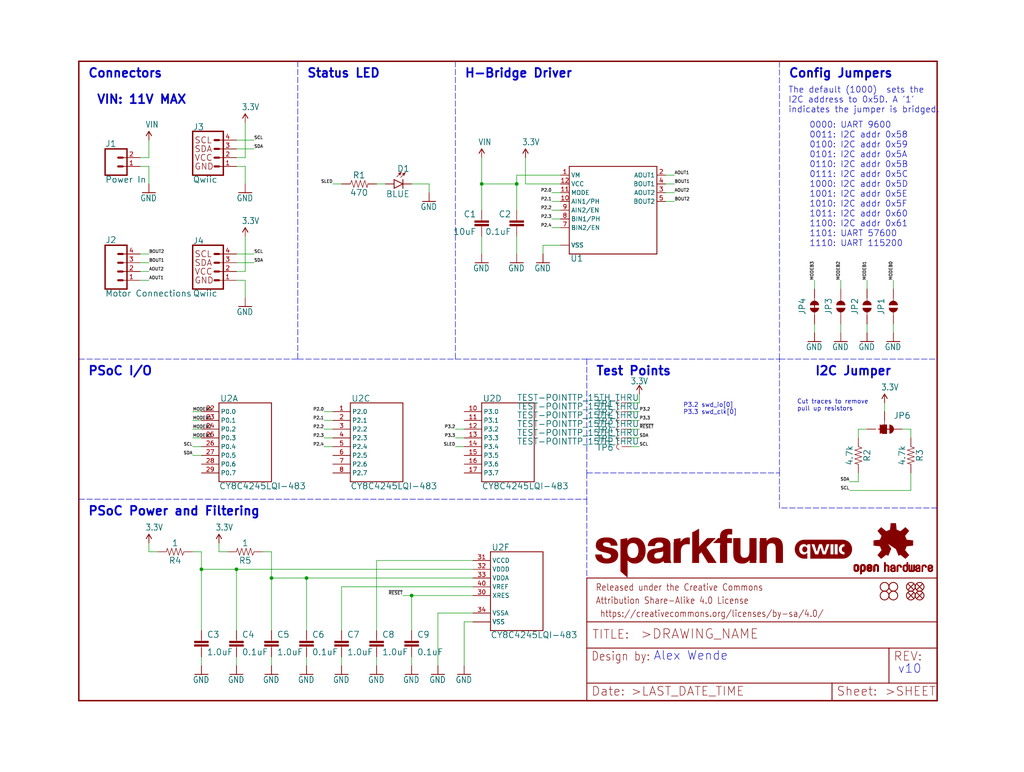
<source format=kicad_sch>
(kicad_sch (version 20211123) (generator eeschema)
  (paper "User" 297.002 223.926)
  (lib_symbols
    (symbol "eagleSchem-eagle-import:0.1UF-0402-16V-10%"
      (property "Reference" "C" (at 1.524 2.921 0))
      (property "Value" "0.1UF-0402-16V-10%" (at 1.524 -2.159 0))
      (symbol "0.1UF-0402-16V-10%_1_0"
        (pin passive line (at 0 5.08 270) (length 2.54) (name "1") (number "1"))
        (pin passive line (at 0 -2.54 90) (length 2.54) (name "2") (number "2"))
      )
    )
    (symbol "eagleSchem-eagle-import:1.0UF-0402-16V-10%"
      (property "Reference" "C" (at 1.524 2.921 0))
      (property "Value" "1.0UF-0402-16V-10%" (at 1.524 -2.159 0))
      (symbol "1.0UF-0402-16V-10%_1_0"
        (pin passive line (at 0 5.08 270) (length 2.54) (name "1") (number "1"))
        (pin passive line (at 0 -2.54 90) (length 2.54) (name "2") (number "2"))
      )
    )
    (symbol "eagleSchem-eagle-import:10UF-0805-25V-10%"
      (property "Reference" "C" (at 1.524 2.921 0))
      (property "Value" "10UF-0805-25V-10%" (at 1.524 -2.159 0))
      (symbol "10UF-0805-25V-10%_1_0"
        (pin passive line (at 0 5.08 270) (length 2.54) (name "1") (number "1"))
        (pin passive line (at 0 -2.54 90) (length 2.54) (name "2") (number "2"))
      )
    )
    (symbol "eagleSchem-eagle-import:1OHM-0603-1{slash}10W-1%"
      (property "Reference" "R" (at 0 1.524 0))
      (property "Value" "1OHM-0603-1{slash}10W-1%" (at 0 -1.524 0))
      (symbol "1OHM-0603-1{slash}10W-1%_1_0"
        (pin passive line (at -5.08 0 0) (length 2.54) (name "1") (number "1"))
        (pin passive line (at 5.08 0 180) (length 2.54) (name "2") (number "2"))
      )
    )
    (symbol "eagleSchem-eagle-import:3.3V" (power)
      (property "Value" "3.3V" (at 0 2.794 0))
      (symbol "3.3V_1_0"
        (pin power_in line (at 0 0 90) (length 2.54) (name "3.3V") (number "1"))
      )
    )
    (symbol "eagleSchem-eagle-import:4.7KOHM-0603-1{slash}10W-1%"
      (property "Reference" "R" (at 0 1.524 0))
      (property "Value" "4.7KOHM-0603-1{slash}10W-1%" (at 0 -1.524 0))
      (symbol "4.7KOHM-0603-1{slash}10W-1%_1_0"
        (pin passive line (at -5.08 0 0) (length 2.54) (name "1") (number "1"))
        (pin passive line (at 5.08 0 180) (length 2.54) (name "2") (number "2"))
      )
    )
    (symbol "eagleSchem-eagle-import:470OHM-0603-1{slash}10W-1%"
      (property "Reference" "R" (at 0 1.524 0))
      (property "Value" "470OHM-0603-1{slash}10W-1%" (at 0 -1.524 0))
      (symbol "470OHM-0603-1{slash}10W-1%_1_0"
        (pin passive line (at -5.08 0 0) (length 2.54) (name "1") (number "1"))
        (pin passive line (at 5.08 0 180) (length 2.54) (name "2") (number "2"))
      )
    )
    (symbol "eagleSchem-eagle-import:CONN_023.5MM"
      (property "Reference" "J" (at -2.54 5.588 0))
      (property "Value" "CONN_023.5MM" (at -2.54 -4.826 0))
      (symbol "CONN_023.5MM_1_0"
        (pin passive line (at 7.62 0 180) (length 5.08) (name "1") (number "1"))
        (pin passive line (at 7.62 2.54 180) (length 5.08) (name "2") (number "2"))
      )
    )
    (symbol "eagleSchem-eagle-import:CONN_04SCREW"
      (property "Reference" "J" (at -5.08 8.128 0))
      (property "Value" "CONN_04SCREW" (at -5.08 -7.366 0))
      (symbol "CONN_04SCREW_1_0"
        (pin passive line (at 5.08 -2.54 180) (length 5.08) (name "1") (number "1"))
        (pin passive line (at 5.08 0 180) (length 5.08) (name "2") (number "2"))
        (pin passive line (at 5.08 2.54 180) (length 5.08) (name "3") (number "3"))
        (pin passive line (at 5.08 5.08 180) (length 5.08) (name "4") (number "4"))
      )
    )
    (symbol "eagleSchem-eagle-import:DRV883X"
      (property "Reference" "U" (at -12.446 12.954 0))
      (property "Value" "DRV883X" (at -12.7 -12.954 0))
      (symbol "DRV883X_1_0"
        (pin bidirectional line (at -15.24 10.16 0) (length 2.54) (name "VM") (number "1"))
        (pin bidirectional line (at -15.24 2.54 0) (length 2.54) (name "AIN1/PH") (number "10"))
        (pin bidirectional line (at -15.24 5.08 0) (length 2.54) (name "MODE") (number "11"))
        (pin bidirectional line (at -15.24 7.62 0) (length 2.54) (name "VCC") (number "12"))
        (pin bidirectional line (at 15.24 10.16 180) (length 2.54) (name "AOUT1") (number "2"))
        (pin bidirectional line (at 15.24 5.08 180) (length 2.54) (name "AOUT2") (number "3"))
        (pin bidirectional line (at 15.24 7.62 180) (length 2.54) (name "BOUT1") (number "4"))
        (pin bidirectional line (at 15.24 2.54 180) (length 2.54) (name "BOUT2") (number "5"))
        (pin bidirectional line (at -15.24 -10.16 0) (length 2.54) (name "VSS") (number "6"))
        (pin bidirectional line (at -15.24 -5.08 0) (length 2.54) (name "BIN2/EN") (number "7"))
        (pin bidirectional line (at -15.24 -2.54 0) (length 2.54) (name "BIN1/PH") (number "8"))
        (pin bidirectional line (at -15.24 0 0) (length 2.54) (name "AIN2/EN") (number "9"))
        (pin bidirectional line (at -15.24 -10.16 0) (length 2.54) (name "VSS") (number "PAD"))
      )
    )
    (symbol "eagleSchem-eagle-import:FIDUCIALUFIDUCIAL")
    (symbol "eagleSchem-eagle-import:FRAME-LETTER"
      (symbol "FRAME-LETTER_2_0"
        (text " https://creativecommons.org/licenses/by-sa/4.0/" (at 2.54 24.13 0) (effects (font (size 1.9304 1.6408)) (justify left bottom)))
        (text ">DRAWING_NAME" (at 15.494 17.78 0) (effects (font (size 2.7432 2.7432)) (justify left bottom)))
        (text ">LAST_DATE_TIME" (at 12.7 1.27 0) (effects (font (size 2.54 2.54)) (justify left bottom)))
        (text ">SHEET" (at 86.36 1.27 0) (effects (font (size 2.54 2.54)) (justify left bottom)))
        (text "Attribution Share-Alike 4.0 License" (at 2.54 27.94 0) (effects (font (size 1.9304 1.6408)) (justify left bottom)))
        (text "Date:" (at 1.27 1.27 0) (effects (font (size 2.54 2.54)) (justify left bottom)))
        (text "Design by:" (at 1.27 11.43 0) (effects (font (size 2.54 2.159)) (justify left bottom)))
        (text "Released under the Creative Commons" (at 2.54 31.75 0) (effects (font (size 1.9304 1.6408)) (justify left bottom)))
        (text "REV:" (at 88.9 11.43 0) (effects (font (size 2.54 2.54)) (justify left bottom)))
        (text "Sheet:" (at 72.39 1.27 0) (effects (font (size 2.54 2.54)) (justify left bottom)))
        (text "TITLE:" (at 1.524 17.78 0) (effects (font (size 2.54 2.54)) (justify left bottom)))
      )
    )
    (symbol "eagleSchem-eagle-import:GND" (power)
      (property "Value" "GND" (at -2.54 -2.54 0))
      (symbol "GND_1_0"
        (pin power_in line (at 0 2.54 270) (length 2.54) (name "GND") (number "1"))
      )
    )
    (symbol "eagleSchem-eagle-import:JUMPER-SMT_2_NC_TRACE_NO-SILK"
      (property "Reference" "JP" (at -2.54 2.54 0))
      (property "Value" "JUMPER-SMT_2_NC_TRACE_NO-SILK" (at -2.54 -2.54 0))
      (symbol "JUMPER-SMT_2_NC_TRACE_NO-SILK_1_0"
        (pin passive line (at -5.08 0 0) (length 2.54) (name "1") (number "1"))
        (pin passive line (at 5.08 0 180) (length 2.54) (name "2") (number "2"))
      )
    )
    (symbol "eagleSchem-eagle-import:JUMPER-SMT_2_NO_NO-SILK"
      (property "Reference" "JP" (at -2.54 2.54 0))
      (property "Value" "JUMPER-SMT_2_NO_NO-SILK" (at -2.54 -2.54 0))
      (symbol "JUMPER-SMT_2_NO_NO-SILK_1_0"
        (pin passive line (at -5.08 0 0) (length 2.54) (name "1") (number "1"))
        (pin passive line (at 5.08 0 180) (length 2.54) (name "2") (number "2"))
      )
    )
    (symbol "eagleSchem-eagle-import:JUMPER-SMT_3_2-NC_TRACE_NO-SILK"
      (property "Reference" "JP" (at 2.54 0.381 0))
      (property "Value" "JUMPER-SMT_3_2-NC_TRACE_NO-SILK" (at 2.54 -0.381 0))
      (symbol "JUMPER-SMT_3_2-NC_TRACE_NO-SILK_1_0"
        (pin passive line (at 0 5.08 270) (length 2.54) (name "1") (number "1"))
        (pin passive line (at -5.08 0 0) (length 2.54) (name "2") (number "2"))
        (pin passive line (at 0 -5.08 90) (length 2.54) (name "3") (number "3"))
      )
    )
    (symbol "eagleSchem-eagle-import:LED-BLUE0603"
      (property "Reference" "D" (at -3.429 -4.572 90))
      (property "Value" "LED-BLUE0603" (at 1.905 -4.572 90))
      (symbol "LED-BLUE0603_1_0"
        (pin passive line (at 0 2.54 270) (length 2.54) (name "A") (number "A"))
        (pin passive line (at 0 -5.08 90) (length 2.54) (name "C") (number "C"))
      )
    )
    (symbol "eagleSchem-eagle-import:OSHW-LOGOMINI")
    (symbol "eagleSchem-eagle-import:PSOC4_4200_40QFN"
      (property "Reference" "U" (at -7.366 10.414 0))
      (property "Value" "PSOC4_4200_40QFN" (at -7.62 -12.954 0))
      (symbol "PSOC4_4200_40QFN_1_0"
        (pin bidirectional line (at -12.7 7.62 0) (length 5.08) (name "P0.0") (number "22"))
        (pin bidirectional line (at -12.7 5.08 0) (length 5.08) (name "P0.1") (number "23"))
        (pin bidirectional line (at -12.7 2.54 0) (length 5.08) (name "P0.2") (number "24"))
        (pin bidirectional line (at -12.7 0 0) (length 5.08) (name "P0.3") (number "25"))
        (pin bidirectional line (at -12.7 -2.54 0) (length 5.08) (name "P0.4") (number "26"))
        (pin bidirectional line (at -12.7 -5.08 0) (length 5.08) (name "P0.5") (number "27"))
        (pin bidirectional line (at -12.7 -7.62 0) (length 5.08) (name "P0.6") (number "28"))
        (pin bidirectional line (at -12.7 -10.16 0) (length 5.08) (name "P0.7") (number "29"))
      )
      (symbol "PSOC4_4200_40QFN_2_0"
        (pin bidirectional line (at -12.7 7.62 0) (length 5.08) (name "P1.0") (number "35"))
        (pin bidirectional line (at -12.7 5.08 0) (length 5.08) (name "P1.1") (number "36"))
        (pin bidirectional line (at -12.7 2.54 0) (length 5.08) (name "P1.2") (number "37"))
        (pin bidirectional line (at -12.7 0 0) (length 5.08) (name "P1.3") (number "38"))
        (pin bidirectional line (at -12.7 -2.54 0) (length 5.08) (name "P1.4") (number "39"))
      )
      (symbol "PSOC4_4200_40QFN_3_0"
        (pin bidirectional line (at -12.7 7.62 0) (length 5.08) (name "P2.0") (number "1"))
        (pin bidirectional line (at -12.7 5.08 0) (length 5.08) (name "P2.1") (number "2"))
        (pin bidirectional line (at -12.7 2.54 0) (length 5.08) (name "P2.2") (number "3"))
        (pin bidirectional line (at -12.7 0 0) (length 5.08) (name "P2.3") (number "4"))
        (pin bidirectional line (at -12.7 -2.54 0) (length 5.08) (name "P2.4") (number "5"))
        (pin bidirectional line (at -12.7 -5.08 0) (length 5.08) (name "P2.5") (number "6"))
        (pin bidirectional line (at -12.7 -7.62 0) (length 5.08) (name "P2.6") (number "7"))
        (pin bidirectional line (at -12.7 -10.16 0) (length 5.08) (name "P2.7") (number "8"))
      )
      (symbol "PSOC4_4200_40QFN_4_0"
        (pin bidirectional line (at -12.7 7.62 0) (length 5.08) (name "P3.0") (number "10"))
        (pin bidirectional line (at -12.7 5.08 0) (length 5.08) (name "P3.1") (number "11"))
        (pin bidirectional line (at -12.7 2.54 0) (length 5.08) (name "P3.2") (number "12"))
        (pin bidirectional line (at -12.7 0 0) (length 5.08) (name "P3.3") (number "13"))
        (pin bidirectional line (at -12.7 -2.54 0) (length 5.08) (name "P3.4") (number "14"))
        (pin bidirectional line (at -12.7 -5.08 0) (length 5.08) (name "P3.5") (number "15"))
        (pin bidirectional line (at -12.7 -7.62 0) (length 5.08) (name "P3.6") (number "16"))
        (pin bidirectional line (at -12.7 -10.16 0) (length 5.08) (name "P3.7") (number "17"))
      )
      (symbol "PSOC4_4200_40QFN_5_0"
        (pin bidirectional line (at -12.7 7.62 0) (length 5.08) (name "P4.0") (number "18"))
        (pin bidirectional line (at -12.7 5.08 0) (length 5.08) (name "P4.1") (number "19"))
        (pin bidirectional line (at -12.7 2.54 0) (length 5.08) (name "P4.2") (number "20"))
        (pin bidirectional line (at -12.7 0 0) (length 5.08) (name "P4.3") (number "21"))
      )
      (symbol "PSOC4_4200_40QFN_6_0"
        (pin bidirectional line (at -12.7 -2.54 0) (length 5.08) (name "XRES") (number "30"))
        (pin bidirectional line (at -12.7 7.62 0) (length 5.08) (name "VCCD") (number "31"))
        (pin bidirectional line (at -12.7 5.08 0) (length 5.08) (name "VDDD") (number "32"))
        (pin bidirectional line (at -12.7 2.54 0) (length 5.08) (name "VDDA") (number "33"))
        (pin bidirectional line (at -12.7 -7.62 0) (length 5.08) (name "VSSA") (number "34"))
        (pin bidirectional line (at -12.7 0 0) (length 5.08) (name "VREF") (number "40"))
        (pin bidirectional line (at -12.7 -10.16 0) (length 5.08) (name "VSS") (number "9"))
        (pin bidirectional line (at -12.7 -10.16 0) (length 5.08) (name "VSS") (number "EP"))
      )
    )
    (symbol "eagleSchem-eagle-import:QWIIC_CONNECTORJS-1MM"
      (property "Reference" "J" (at -5.08 7.874 0))
      (property "Value" "QWIIC_CONNECTORJS-1MM" (at -5.08 -5.334 0))
      (symbol "QWIIC_CONNECTORJS-1MM_1_0"
        (text "GND" (at -4.572 -2.54 0) (effects (font (size 1.778 1.778)) (justify left)))
        (text "SCL" (at -4.572 5.08 0) (effects (font (size 1.778 1.778)) (justify left)))
        (text "SDA" (at -4.572 2.54 0) (effects (font (size 1.778 1.778)) (justify left)))
        (text "VCC" (at -4.572 0 0) (effects (font (size 1.778 1.778)) (justify left)))
        (pin power_in line (at 7.62 -2.54 180) (length 5.08) (name "1") (number "1"))
        (pin power_in line (at 7.62 0 180) (length 5.08) (name "2") (number "2"))
        (pin passive line (at 7.62 2.54 180) (length 5.08) (name "3") (number "3"))
        (pin passive line (at 7.62 5.08 180) (length 5.08) (name "4") (number "4"))
      )
    )
    (symbol "eagleSchem-eagle-import:QWIIC_LOGO_5MM")
    (symbol "eagleSchem-eagle-import:SFE_LOGO_NAME.1_INCH")
    (symbol "eagleSchem-eagle-import:STAND-OFF")
    (symbol "eagleSchem-eagle-import:TEST-POINTTP_15TH_THRU"
      (property "Reference" "TP" (at -2.54 2.54 0))
      (property "Value" "TEST-POINTTP_15TH_THRU" (at -2.54 -2.54 0))
      (symbol "TEST-POINTTP_15TH_THRU_1_0"
        (pin bidirectional line (at 0 0 180) (length 0) (name "1") (number "P$1"))
      )
    )
    (symbol "eagleSchem-eagle-import:VIN" (power)
      (property "Value" "VIN" (at -1.016 3.556 0))
      (symbol "VIN_1_0"
        (pin power_in line (at 0 0 90) (length 2.54) (name "VIN") (number "1"))
      )
    )
  )
  (junction (at 68.58 165.1))
  (junction (at 149.86 53.34))
  (junction (at 119.38 172.72))
  (junction (at 139.7 53.34))
  (junction (at 78.74 167.64))
  (junction (at 58.42 165.1))
  (junction (at 88.9 167.64))
  (polyline (pts (xy 22.86 144.78) (xy 170.18 144.78)))
  (wire (pts (xy 149.86 73.66) (xy 149.86 68.58)))
  (wire (pts (xy 137.16 167.64) (xy 88.9 167.64)))
  (wire (pts (xy 40.64 73.66) (xy 43.18 73.66)))
  (wire (pts (xy 182.88 127) (xy 185.42 127)))
  (wire (pts (xy 58.42 129.54) (xy 55.88 129.54)))
  (wire (pts (xy 127 177.8) (xy 127 193.04)))
  (wire (pts (xy 40.64 81.28) (xy 43.18 81.28)))
  (wire (pts (xy 88.9 182.88) (xy 88.9 167.64)))
  (polyline (pts (xy 170.18 137.16) (xy 170.18 144.78)))
  (wire (pts (xy 182.88 119.38) (xy 185.42 119.38)))
  (wire (pts (xy 264.16 127) (xy 264.16 124.46)))
  (wire (pts (xy 259.08 93.98) (xy 259.08 96.52)))
  (polyline (pts (xy 271.78 147.32) (xy 226.06 147.32)))
  (wire (pts (xy 71.12 48.26) (xy 71.12 53.34)))
  (wire (pts (xy 134.62 180.34) (xy 134.62 193.04)))
  (wire (pts (xy 99.06 190.5) (xy 99.06 193.04)))
  (wire (pts (xy 40.64 48.26) (xy 43.18 48.26)))
  (wire (pts (xy 99.06 53.34) (xy 96.52 53.34)))
  (wire (pts (xy 243.84 96.52) (xy 243.84 93.98)))
  (wire (pts (xy 236.22 83.82) (xy 236.22 81.28)))
  (wire (pts (xy 193.04 50.8) (xy 195.58 50.8)))
  (polyline (pts (xy 170.18 137.16) (xy 226.06 137.16)))
  (wire (pts (xy 256.54 116.84) (xy 256.54 119.38)))
  (wire (pts (xy 58.42 193.04) (xy 58.42 190.5)))
  (wire (pts (xy 78.74 160.02) (xy 78.74 167.64)))
  (polyline (pts (xy 170.18 144.78) (xy 170.18 167.64)))
  (wire (pts (xy 58.42 124.46) (xy 55.88 124.46)))
  (wire (pts (xy 71.12 45.72) (xy 71.12 35.56)))
  (wire (pts (xy 185.42 116.84) (xy 185.42 114.3)))
  (wire (pts (xy 78.74 167.64) (xy 78.74 182.88)))
  (wire (pts (xy 248.92 137.16) (xy 248.92 139.7)))
  (wire (pts (xy 68.58 43.18) (xy 73.66 43.18)))
  (wire (pts (xy 152.4 53.34) (xy 152.4 45.72)))
  (wire (pts (xy 162.56 71.12) (xy 157.48 71.12)))
  (wire (pts (xy 68.58 40.64) (xy 73.66 40.64)))
  (wire (pts (xy 40.64 76.2) (xy 43.18 76.2)))
  (wire (pts (xy 58.42 132.08) (xy 55.88 132.08)))
  (polyline (pts (xy 226.06 104.14) (xy 271.78 104.14)))
  (polyline (pts (xy 132.08 17.78) (xy 132.08 104.14)))
  (wire (pts (xy 139.7 45.72) (xy 139.7 53.34)))
  (wire (pts (xy 157.48 71.12) (xy 157.48 73.66)))
  (wire (pts (xy 259.08 83.82) (xy 259.08 81.28)))
  (wire (pts (xy 96.52 129.54) (xy 93.98 129.54)))
  (wire (pts (xy 71.12 81.28) (xy 71.12 86.36)))
  (wire (pts (xy 96.52 121.92) (xy 93.98 121.92)))
  (wire (pts (xy 264.16 142.24) (xy 246.38 142.24)))
  (wire (pts (xy 149.86 50.8) (xy 149.86 53.34)))
  (wire (pts (xy 139.7 73.66) (xy 139.7 68.58)))
  (wire (pts (xy 111.76 53.34) (xy 109.22 53.34)))
  (polyline (pts (xy 226.06 104.14) (xy 226.06 17.78)))
  (wire (pts (xy 248.92 124.46) (xy 248.92 127)))
  (wire (pts (xy 88.9 190.5) (xy 88.9 193.04)))
  (wire (pts (xy 96.52 119.38) (xy 93.98 119.38)))
  (wire (pts (xy 119.38 182.88) (xy 119.38 172.72)))
  (wire (pts (xy 124.46 53.34) (xy 124.46 55.88)))
  (wire (pts (xy 149.86 53.34) (xy 149.86 60.96)))
  (wire (pts (xy 119.38 172.72) (xy 137.16 172.72)))
  (wire (pts (xy 182.88 116.84) (xy 185.42 116.84)))
  (wire (pts (xy 109.22 162.56) (xy 109.22 182.88)))
  (wire (pts (xy 251.46 124.46) (xy 248.92 124.46)))
  (wire (pts (xy 134.62 180.34) (xy 137.16 180.34)))
  (polyline (pts (xy 226.06 137.16) (xy 226.06 104.14)))
  (polyline (pts (xy 170.18 104.14) (xy 170.18 137.16)))
  (wire (pts (xy 40.64 78.74) (xy 43.18 78.74)))
  (wire (pts (xy 264.16 124.46) (xy 261.62 124.46)))
  (wire (pts (xy 251.46 93.98) (xy 251.46 96.52)))
  (wire (pts (xy 109.22 193.04) (xy 109.22 190.5)))
  (wire (pts (xy 68.58 78.74) (xy 71.12 78.74)))
  (wire (pts (xy 68.58 81.28) (xy 71.12 81.28)))
  (wire (pts (xy 182.88 124.46) (xy 185.42 124.46)))
  (wire (pts (xy 137.16 170.18) (xy 99.06 170.18)))
  (wire (pts (xy 43.18 45.72) (xy 43.18 40.64)))
  (wire (pts (xy 137.16 165.1) (xy 68.58 165.1)))
  (wire (pts (xy 76.2 160.02) (xy 78.74 160.02)))
  (wire (pts (xy 162.56 63.5) (xy 160.02 63.5)))
  (wire (pts (xy 78.74 190.5) (xy 78.74 193.04)))
  (wire (pts (xy 243.84 83.82) (xy 243.84 81.28)))
  (wire (pts (xy 137.16 177.8) (xy 127 177.8)))
  (wire (pts (xy 68.58 193.04) (xy 68.58 190.5)))
  (wire (pts (xy 43.18 160.02) (xy 43.18 157.48)))
  (wire (pts (xy 119.38 53.34) (xy 124.46 53.34)))
  (wire (pts (xy 193.04 55.88) (xy 195.58 55.88)))
  (wire (pts (xy 96.52 127) (xy 93.98 127)))
  (polyline (pts (xy 86.36 17.78) (xy 86.36 104.14)))
  (wire (pts (xy 134.62 129.54) (xy 132.08 129.54)))
  (wire (pts (xy 58.42 119.38) (xy 55.88 119.38)))
  (wire (pts (xy 58.42 160.02) (xy 58.42 165.1)))
  (wire (pts (xy 88.9 167.64) (xy 78.74 167.64)))
  (wire (pts (xy 162.56 66.04) (xy 160.02 66.04)))
  (wire (pts (xy 182.88 121.92) (xy 185.42 121.92)))
  (wire (pts (xy 68.58 48.26) (xy 71.12 48.26)))
  (polyline (pts (xy 86.36 104.14) (xy 132.08 104.14)))
  (polyline (pts (xy 170.18 104.14) (xy 226.06 104.14)))
  (wire (pts (xy 99.06 170.18) (xy 99.06 182.88)))
  (wire (pts (xy 119.38 193.04) (xy 119.38 190.5)))
  (wire (pts (xy 68.58 76.2) (xy 73.66 76.2)))
  (wire (pts (xy 68.58 165.1) (xy 58.42 165.1)))
  (wire (pts (xy 193.04 58.42) (xy 195.58 58.42)))
  (wire (pts (xy 162.56 58.42) (xy 160.02 58.42)))
  (polyline (pts (xy 22.86 104.14) (xy 86.36 104.14)))
  (wire (pts (xy 96.52 124.46) (xy 93.98 124.46)))
  (wire (pts (xy 68.58 182.88) (xy 68.58 165.1)))
  (wire (pts (xy 139.7 60.96) (xy 139.7 53.34)))
  (wire (pts (xy 58.42 165.1) (xy 58.42 182.88)))
  (wire (pts (xy 45.72 160.02) (xy 43.18 160.02)))
  (wire (pts (xy 43.18 48.26) (xy 43.18 53.34)))
  (wire (pts (xy 58.42 121.92) (xy 55.88 121.92)))
  (wire (pts (xy 137.16 162.56) (xy 109.22 162.56)))
  (wire (pts (xy 134.62 124.46) (xy 132.08 124.46)))
  (wire (pts (xy 63.5 160.02) (xy 66.04 160.02)))
  (wire (pts (xy 119.38 172.72) (xy 116.84 172.72)))
  (wire (pts (xy 40.64 45.72) (xy 43.18 45.72)))
  (wire (pts (xy 58.42 127) (xy 55.88 127)))
  (wire (pts (xy 162.56 50.8) (xy 149.86 50.8)))
  (wire (pts (xy 63.5 157.48) (xy 63.5 160.02)))
  (wire (pts (xy 251.46 83.82) (xy 251.46 81.28)))
  (wire (pts (xy 68.58 73.66) (xy 73.66 73.66)))
  (polyline (pts (xy 132.08 104.14) (xy 170.18 104.14)))
  (wire (pts (xy 264.16 137.16) (xy 264.16 142.24)))
  (wire (pts (xy 248.92 139.7) (xy 246.38 139.7)))
  (polyline (pts (xy 226.06 147.32) (xy 226.06 137.16)))
  (wire (pts (xy 162.56 60.96) (xy 160.02 60.96)))
  (wire (pts (xy 71.12 78.74) (xy 71.12 68.58)))
  (wire (pts (xy 236.22 93.98) (xy 236.22 96.52)))
  (wire (pts (xy 162.56 53.34) (xy 152.4 53.34)))
  (wire (pts (xy 55.88 160.02) (xy 58.42 160.02)))
  (wire (pts (xy 134.62 127) (xy 132.08 127)))
  (wire (pts (xy 68.58 45.72) (xy 71.12 45.72)))
  (wire (pts (xy 193.04 53.34) (xy 195.58 53.34)))
  (wire (pts (xy 162.56 55.88) (xy 160.02 55.88)))
  (wire (pts (xy 182.88 129.54) (xy 185.42 129.54)))
  (wire (pts (xy 139.7 53.34) (xy 149.86 53.34)))
  (text "Connectors" (at 25.4 22.86 180) (effects (font (size 2.54 2.54) (thickness 0.508) bold) (justify left bottom)))
  (text "Status LED" (at 88.9 22.86 180) (effects (font (size 2.54 2.54) (thickness 0.508) bold) (justify left bottom)))
  (text "P3.2 swd_io[0]\nP3.3 swd_clk[0]" (at 198.12 116.84 180) (effects (font (size 1.27 1.27)) (justify left top)))
  (text "0000: UART 9600\n0011: I2C addr 0x58\n0100: I2C addr 0x59\n0101: I2C addr 0x5A\n0110: I2C addr 0x5B\n0111: I2C addr 0x5C\n1000: I2C addr 0x5D\n1001: I2C addr 0x5E\n1010: I2C addr 0x5F\n1011: I2C addr 0x60\n1100: I2C addr 0x61\n1101: UART 57600\n1110: UART 115200" (at 234.696 35.306 0) (effects (font (size 1.778 1.778)) (justify left top)))
  (text "VIN: 11V MAX" (at 27.94 30.48 180) (effects (font (size 2.54 2.54) (thickness 0.508) bold) (justify left bottom)))
  (text "Config Jumpers" (at 228.6 22.86 180) (effects (font (size 2.54 2.54) (thickness 0.508) bold) (justify left bottom)))
  (text "I2C Jumper" (at 236.22 109.22 180) (effects (font (size 2.54 2.54) (thickness 0.508) bold) (justify left bottom)))
  (text "Test Points" (at 172.72 109.22 180) (effects (font (size 2.54 2.54) (thickness 0.508) bold) (justify left bottom)))
  (text "PSoC Power and Filtering" (at 25.4 149.86 180) (effects (font (size 2.54 2.54) (thickness 0.508) bold) (justify left bottom)))
  (text "The default (1000)  sets the\nI2C address to 0x5D. A '1'\nindicates the jumper is bridged." (at 228.6 25.146 0) (effects (font (size 1.778 1.778)) (justify left top)))
  (text "PSoC I/O" (at 25.4 109.22 180) (effects (font (size 2.54 2.54) (thickness 0.508) bold) (justify left bottom)))
  (text "H-Bridge Driver" (at 134.62 22.86 180) (effects (font (size 2.54 2.54) (thickness 0.508) bold) (justify left bottom)))
  (text "Alex Wende" (at 189.484 191.77 180) (effects (font (size 2.54 2.54)) (justify left bottom)))
  (text "v10" (at 260.35 195.58 180) (effects (font (size 2.54 2.54)) (justify left bottom)))
  (text "Cut traces to remove\npull up resistors" (at 231.14 119.38 180) (effects (font (size 1.27 1.27)) (justify left bottom)))
  (label "SCL" (at 55.88 129.54 180) (effects (font (size 0.889 0.889))))
  (label "P2.3" (at 160.02 63.5 180) (effects (font (size 0.889 0.889))))
  (label "P2.1" (at 160.02 58.42 180) (effects (font (size 0.889 0.889))))
  (label "AOUT1" (at 43.18 81.28 0) (effects (font (size 0.889 0.889))))
  (label "P2.3" (at 93.98 127 180) (effects (font (size 0.889 0.889))))
  (label "P2.4" (at 93.98 129.54 180) (effects (font (size 0.889 0.889))))
  (label "P3.3" (at 185.42 121.92 0) (effects (font (size 0.889 0.889))))
  (label "P2.1" (at 93.98 121.92 180) (effects (font (size 0.889 0.889))))
  (label "MODEB1" (at 251.46 81.28 90) (effects (font (size 0.889 0.889))))
  (label "SDA" (at 73.66 43.18 0) (effects (font (size 0.889 0.889))))
  (label "AOUT2" (at 195.58 55.88 0) (effects (font (size 0.889 0.889))))
  (label "P2.2" (at 160.02 60.96 180) (effects (font (size 0.889 0.889))))
  (label "MODEB1" (at 55.88 121.92 0) (effects (font (size 0.889 0.889))))
  (label "SLED" (at 96.52 53.34 180) (effects (font (size 0.889 0.889))))
  (label "P3.3" (at 132.08 127 180) (effects (font (size 0.889 0.889))))
  (label "MODEB3" (at 55.88 127 0) (effects (font (size 0.889 0.889))))
  (label "BOUT1" (at 195.58 53.34 0) (effects (font (size 0.889 0.889))))
  (label "SLED" (at 132.08 129.54 180) (effects (font (size 0.889 0.889))))
  (label "~{RESET}" (at 116.84 172.72 180) (effects (font (size 0.889 0.889))))
  (label "SCL" (at 185.42 129.54 0) (effects (font (size 0.889 0.889))))
  (label "~{RESET}" (at 185.42 124.46 0) (effects (font (size 0.889 0.889))))
  (label "SCL" (at 73.66 40.64 0) (effects (font (size 0.889 0.889))))
  (label "P2.0" (at 160.02 55.88 180) (effects (font (size 0.889 0.889))))
  (label "SCL" (at 246.38 142.24 180) (effects (font (size 0.889 0.889))))
  (label "P3.2" (at 185.42 119.38 0) (effects (font (size 0.889 0.889))))
  (label "MODEB0" (at 259.08 81.28 90) (effects (font (size 0.889 0.889))))
  (label "BOUT2" (at 43.18 73.66 0) (effects (font (size 0.889 0.889))))
  (label "SCL" (at 73.66 73.66 0) (effects (font (size 0.889 0.889))))
  (label "SDA" (at 185.42 127 0) (effects (font (size 0.889 0.889))))
  (label "AOUT2" (at 43.18 78.74 0) (effects (font (size 0.889 0.889))))
  (label "P2.4" (at 160.02 66.04 180) (effects (font (size 0.889 0.889))))
  (label "SDA" (at 73.66 76.2 0) (effects (font (size 0.889 0.889))))
  (label "SDA" (at 246.38 139.7 180) (effects (font (size 0.889 0.889))))
  (label "AOUT1" (at 195.58 50.8 0) (effects (font (size 0.889 0.889))))
  (label "BOUT1" (at 43.18 76.2 0) (effects (font (size 0.889 0.889))))
  (label "MODEB2" (at 55.88 124.46 0) (effects (font (size 0.889 0.889))))
  (label "MODEB3" (at 236.22 81.28 90) (effects (font (size 0.889 0.889))))
  (label "P3.2" (at 132.08 124.46 180) (effects (font (size 0.889 0.889))))
  (label "P2.0" (at 93.98 119.38 180) (effects (font (size 0.889 0.889))))
  (label "MODEB2" (at 243.84 81.28 90) (effects (font (size 0.889 0.889))))
  (label "BOUT2" (at 195.58 58.42 0) (effects (font (size 0.889 0.889))))
  (label "MODEB0" (at 55.88 119.38 0) (effects (font (size 0.889 0.889))))
  (label "SDA" (at 55.88 132.08 180) (effects (font (size 0.889 0.889))))
  (label "P2.2" (at 93.98 124.46 180) (effects (font (size 0.889 0.889))))
  (symbol (lib_id "eagleSchem-eagle-import:QWIIC_CONNECTORJS-1MM") (at 60.96 45.72 0) (unit 1)
    (property "Reference" "J3" (at 55.88 37.846 0) (effects (font (size 1.778 1.778)) (justify left bottom)))
    (property "Value" "Qwiic" (at 55.88 51.054 0) (effects (font (size 1.778 1.778)) (justify left top)))
    (property "Footprint" "eagleSchem:JST04_1MM_RA" (effects hide))
  )
  (symbol (lib_id "eagleSchem-eagle-import:TEST-POINTTP_15TH_THRU") (at 182.88 121.92 180) (unit 1)
    (property "Reference" "TP3" (at 178.054 121.158 0) (effects (font (size 1.778 1.778)) (justify left bottom)))
    (property "Value" "TEST-POINTTP_15TH_THRU" (at 185.42 119.38 0) (effects (font (size 1.778 1.778)) (justify left bottom)))
    (property "Footprint" "eagleSchem:TP_15TH" (effects hide))
  )
  (symbol (lib_id "eagleSchem-eagle-import:JUMPER-SMT_3_2-NC_TRACE_NO-SILK") (at 256.54 124.46 270) (unit 1)
    (property "Reference" "JP6" (at 259.08 121.539 90) (effects (font (size 1.778 1.778)) (justify left bottom)))
    (property "Value" "JUMPER-SMT_3_2-NC_TRACE_NO-SILK" (effects hide))
    (property "Footprint" "eagleSchem:SMT-JUMPER_3_2-NC_TRACE_NO-SILK" (effects hide))
  )
  (symbol (lib_id "eagleSchem-eagle-import:FRAME-LETTER") (at 22.86 203.2 0) (unit 1)
    (property "Reference" "FRAME1" (effects hide))
    (property "Value" "FRAME-LETTER" (effects hide))
    (property "Footprint" "eagleSchem:CREATIVE_COMMONS" (effects hide))
  )
  (symbol (lib_id "eagleSchem-eagle-import:1OHM-0603-1{slash}10W-1%") (at 71.12 160.02 180) (unit 1)
    (property "Reference" "R5" (at 71.12 161.544 0) (effects (font (size 1.778 1.778)) (justify bottom)))
    (property "Value" "1" (at 71.12 158.496 0) (effects (font (size 1.778 1.778)) (justify top)))
    (property "Footprint" "eagleSchem:0603" (effects hide))
  )
  (symbol (lib_id "eagleSchem-eagle-import:TEST-POINTTP_15TH_THRU") (at 182.88 129.54 180) (unit 1)
    (property "Reference" "TP6" (at 178.054 128.778 0) (effects (font (size 1.778 1.778)) (justify left bottom)))
    (property "Value" "TEST-POINTTP_15TH_THRU" (at 185.42 127 0) (effects (font (size 1.778 1.778)) (justify left bottom)))
    (property "Footprint" "eagleSchem:TP_15TH" (effects hide))
  )
  (symbol (lib_id "eagleSchem-eagle-import:GND") (at 124.46 58.42 0) (unit 1)
    (property "Reference" "#GND26" (effects hide))
    (property "Value" "GND" (at 121.92 60.96 0) (effects (font (size 1.778 1.5113)) (justify left bottom)))
    (property "Footprint" "eagleSchem:" (effects hide))
  )
  (symbol (lib_id "eagleSchem-eagle-import:GND") (at 71.12 88.9 0) (unit 1)
    (property "Reference" "#GND13" (effects hide))
    (property "Value" "GND" (at 68.58 91.44 0) (effects (font (size 1.778 1.5113)) (justify left bottom)))
    (property "Footprint" "eagleSchem:" (effects hide))
  )
  (symbol (lib_id "eagleSchem-eagle-import:GND") (at 99.06 195.58 0) (unit 1)
    (property "Reference" "#GND4" (effects hide))
    (property "Value" "GND" (at 96.52 198.12 0) (effects (font (size 1.778 1.5113)) (justify left bottom)))
    (property "Footprint" "eagleSchem:" (effects hide))
  )
  (symbol (lib_id "eagleSchem-eagle-import:STAND-OFF") (at 259.08 172.72 0) (unit 1)
    (property "Reference" "H1" (effects hide))
    (property "Value" "STAND-OFF" (effects hide))
    (property "Footprint" "eagleSchem:STAND-OFF" (effects hide))
  )
  (symbol (lib_id "eagleSchem-eagle-import:OSHW-LOGOMINI") (at 259.08 157.48 0) (unit 1)
    (property "Reference" "LOGO2" (effects hide))
    (property "Value" "OSHW-LOGOMINI" (effects hide))
    (property "Footprint" "eagleSchem:OSHW-LOGO-MINI" (effects hide))
  )
  (symbol (lib_id "eagleSchem-eagle-import:470OHM-0603-1{slash}10W-1%") (at 104.14 53.34 0) (unit 1)
    (property "Reference" "R1" (at 104.14 51.816 0) (effects (font (size 1.778 1.778)) (justify bottom)))
    (property "Value" "470" (at 104.14 54.864 0) (effects (font (size 1.778 1.778)) (justify top)))
    (property "Footprint" "eagleSchem:0603" (effects hide))
  )
  (symbol (lib_id "eagleSchem-eagle-import:3.3V") (at 71.12 68.58 0) (unit 1)
    (property "Reference" "#SUPPLY7" (effects hide))
    (property "Value" "3.3V" (at 70.104 65.024 0) (effects (font (size 1.778 1.5113)) (justify left bottom)))
    (property "Footprint" "eagleSchem:" (effects hide))
  )
  (symbol (lib_id "eagleSchem-eagle-import:3.3V") (at 185.42 114.3 0) (unit 1)
    (property "Reference" "#SUPPLY9" (effects hide))
    (property "Value" "3.3V" (at 185.42 111.506 0) (effects (font (size 1.778 1.5113)) (justify bottom)))
    (property "Footprint" "eagleSchem:" (effects hide))
  )
  (symbol (lib_id "eagleSchem-eagle-import:LED-BLUE0603") (at 114.3 53.34 90) (mirror x) (unit 1)
    (property "Reference" "D1" (at 118.872 49.911 90) (effects (font (size 1.778 1.778)) (justify left bottom)))
    (property "Value" "BLUE" (at 118.872 55.245 90) (effects (font (size 1.778 1.778)) (justify left top)))
    (property "Footprint" "eagleSchem:LED-0603" (effects hide))
  )
  (symbol (lib_id "eagleSchem-eagle-import:STAND-OFF") (at 256.54 170.18 0) (unit 1)
    (property "Reference" "H3" (effects hide))
    (property "Value" "STAND-OFF" (effects hide))
    (property "Footprint" "eagleSchem:STAND-OFF" (effects hide))
  )
  (symbol (lib_id "eagleSchem-eagle-import:STAND-OFF") (at 256.54 172.72 0) (unit 1)
    (property "Reference" "H4" (effects hide))
    (property "Value" "STAND-OFF" (effects hide))
    (property "Footprint" "eagleSchem:STAND-OFF" (effects hide))
  )
  (symbol (lib_id "eagleSchem-eagle-import:3.3V") (at 63.5 157.48 0) (unit 1)
    (property "Reference" "#SUPPLY2" (effects hide))
    (property "Value" "3.3V" (at 62.484 153.924 0) (effects (font (size 1.778 1.5113)) (justify left bottom)))
    (property "Footprint" "eagleSchem:" (effects hide))
  )
  (symbol (lib_id "eagleSchem-eagle-import:JUMPER-SMT_2_NO_NO-SILK") (at 259.08 88.9 90) (unit 1)
    (property "Reference" "JP1" (at 256.54 91.44 0) (effects (font (size 1.778 1.778)) (justify left bottom)))
    (property "Value" "JUMPER-PAD-2" (effects hide))
    (property "Footprint" "eagleSchem:SMT-JUMPER_2_NO_NO-SILK" (effects hide))
  )
  (symbol (lib_id "eagleSchem-eagle-import:GND") (at 68.58 195.58 0) (unit 1)
    (property "Reference" "#GND7" (effects hide))
    (property "Value" "GND" (at 66.04 198.12 0) (effects (font (size 1.778 1.5113)) (justify left bottom)))
    (property "Footprint" "eagleSchem:" (effects hide))
  )
  (symbol (lib_id "eagleSchem-eagle-import:VIN") (at 139.7 45.72 0) (unit 1)
    (property "Reference" "#SUPPLY4" (effects hide))
    (property "Value" "VIN" (at 138.684 42.164 0) (effects (font (size 1.778 1.5113)) (justify left bottom)))
    (property "Footprint" "eagleSchem:" (effects hide))
  )
  (symbol (lib_id "eagleSchem-eagle-import:PSOC4_4200_40QFN") (at 147.32 127 0) (unit 4)
    (property "Reference" "U2" (at 139.954 116.586 0) (effects (font (size 1.778 1.778)) (justify left bottom)))
    (property "Value" "CY8C4245LQI-483" (at 139.7 139.954 0) (effects (font (size 1.778 1.778)) (justify left top)))
    (property "Footprint" "eagleSchem:QFN-40" (effects hide))
  )
  (symbol (lib_id "eagleSchem-eagle-import:GND") (at 236.22 99.06 0) (unit 1)
    (property "Reference" "#GND14" (effects hide))
    (property "Value" "GND" (at 233.68 101.6 0) (effects (font (size 1.778 1.5113)) (justify left bottom)))
    (property "Footprint" "eagleSchem:" (effects hide))
  )
  (symbol (lib_id "eagleSchem-eagle-import:GND") (at 139.7 76.2 0) (unit 1)
    (property "Reference" "#GND25" (effects hide))
    (property "Value" "GND" (at 137.16 78.74 0) (effects (font (size 1.778 1.5113)) (justify left bottom)))
    (property "Footprint" "eagleSchem:" (effects hide))
  )
  (symbol (lib_id "eagleSchem-eagle-import:GND") (at 251.46 99.06 0) (unit 1)
    (property "Reference" "#GND16" (effects hide))
    (property "Value" "GND" (at 248.92 101.6 0) (effects (font (size 1.778 1.5113)) (justify left bottom)))
    (property "Footprint" "eagleSchem:" (effects hide))
  )
  (symbol (lib_id "eagleSchem-eagle-import:0.1UF-0402-16V-10%") (at 149.86 66.04 0) (mirror y) (unit 1)
    (property "Reference" "C2" (at 148.336 63.119 0) (effects (font (size 1.778 1.778)) (justify left bottom)))
    (property "Value" "0.1uF" (at 148.336 68.199 0) (effects (font (size 1.778 1.778)) (justify left bottom)))
    (property "Footprint" "eagleSchem:0402" (effects hide))
  )
  (symbol (lib_id "eagleSchem-eagle-import:GND") (at 157.48 76.2 0) (unit 1)
    (property "Reference" "#GND10" (effects hide))
    (property "Value" "GND" (at 154.94 78.74 0) (effects (font (size 1.778 1.5113)) (justify left bottom)))
    (property "Footprint" "eagleSchem:" (effects hide))
  )
  (symbol (lib_id "eagleSchem-eagle-import:SFE_LOGO_NAME.1_INCH") (at 170.688 167.386 0) (unit 1)
    (property "Reference" "LOGO3" (effects hide))
    (property "Value" "SFE_LOGO_NAME.1_INCH" (effects hide))
    (property "Footprint" "eagleSchem:SFE_LOGO_NAME_.1" (effects hide))
  )
  (symbol (lib_id "eagleSchem-eagle-import:1.0UF-0402-16V-10%") (at 78.74 187.96 0) (unit 1)
    (property "Reference" "C5" (at 80.264 185.039 0) (effects (font (size 1.778 1.778)) (justify left bottom)))
    (property "Value" "1.0uF" (at 80.264 190.119 0) (effects (font (size 1.778 1.778)) (justify left bottom)))
    (property "Footprint" "eagleSchem:0402" (effects hide))
  )
  (symbol (lib_id "eagleSchem-eagle-import:GND") (at 43.18 55.88 0) (unit 1)
    (property "Reference" "#GND11" (effects hide))
    (property "Value" "GND" (at 40.64 58.42 0) (effects (font (size 1.778 1.5113)) (justify left bottom)))
    (property "Footprint" "eagleSchem:" (effects hide))
  )
  (symbol (lib_id "eagleSchem-eagle-import:GND") (at 71.12 55.88 0) (unit 1)
    (property "Reference" "#GND12" (effects hide))
    (property "Value" "GND" (at 68.58 58.42 0) (effects (font (size 1.778 1.5113)) (justify left bottom)))
    (property "Footprint" "eagleSchem:" (effects hide))
  )
  (symbol (lib_id "eagleSchem-eagle-import:TEST-POINTTP_15TH_THRU") (at 182.88 124.46 180) (unit 1)
    (property "Reference" "TP4" (at 178.054 123.698 0) (effects (font (size 1.778 1.778)) (justify left bottom)))
    (property "Value" "TEST-POINTTP_15TH_THRU" (at 185.42 121.92 0) (effects (font (size 1.778 1.778)) (justify left bottom)))
    (property "Footprint" "eagleSchem:TP_15TH" (effects hide))
  )
  (symbol (lib_id "eagleSchem-eagle-import:1.0UF-0402-16V-10%") (at 99.06 187.96 0) (unit 1)
    (property "Reference" "C7" (at 100.584 185.039 0) (effects (font (size 1.778 1.778)) (justify left bottom)))
    (property "Value" "1.0uF" (at 100.584 190.119 0) (effects (font (size 1.778 1.778)) (justify left bottom)))
    (property "Footprint" "eagleSchem:0402" (effects hide))
  )
  (symbol (lib_id "eagleSchem-eagle-import:10UF-0805-25V-10%") (at 139.7 66.04 0) (mirror y) (unit 1)
    (property "Reference" "C1" (at 138.176 63.119 0) (effects (font (size 1.778 1.778)) (justify left bottom)))
    (property "Value" "10uF" (at 138.176 68.199 0) (effects (font (size 1.778 1.778)) (justify left bottom)))
    (property "Footprint" "eagleSchem:0805" (effects hide))
  )
  (symbol (lib_id "eagleSchem-eagle-import:GND") (at 134.62 195.58 0) (unit 1)
    (property "Reference" "#GND6" (effects hide))
    (property "Value" "GND" (at 132.08 198.12 0) (effects (font (size 1.778 1.5113)) (justify left bottom)))
    (property "Footprint" "eagleSchem:" (effects hide))
  )
  (symbol (lib_id "eagleSchem-eagle-import:TEST-POINTTP_15TH_THRU") (at 182.88 116.84 180) (unit 1)
    (property "Reference" "TP1" (at 178.054 116.078 0) (effects (font (size 1.778 1.778)) (justify left bottom)))
    (property "Value" "TEST-POINTTP_15TH_THRU" (at 185.42 114.3 0) (effects (font (size 1.778 1.778)) (justify left bottom)))
    (property "Footprint" "eagleSchem:TP_15TH" (effects hide))
  )
  (symbol (lib_id "eagleSchem-eagle-import:JUMPER-SMT_2_NO_NO-SILK") (at 243.84 88.9 90) (unit 1)
    (property "Reference" "JP3" (at 241.3 91.44 0) (effects (font (size 1.778 1.778)) (justify left bottom)))
    (property "Value" "JUMPER-PAD-2" (effects hide))
    (property "Footprint" "eagleSchem:SMT-JUMPER_2_NO_NO-SILK" (effects hide))
  )
  (symbol (lib_id "eagleSchem-eagle-import:1.0UF-0402-16V-10%") (at 109.22 187.96 0) (unit 1)
    (property "Reference" "C8" (at 110.744 185.039 0) (effects (font (size 1.778 1.778)) (justify left bottom)))
    (property "Value" "1.0uF" (at 110.744 190.119 0) (effects (font (size 1.778 1.778)) (justify left bottom)))
    (property "Footprint" "eagleSchem:0402" (effects hide))
  )
  (symbol (lib_id "eagleSchem-eagle-import:FRAME-LETTER") (at 170.18 203.2 0) (unit 2)
    (property "Reference" "FRAME1" (effects hide))
    (property "Value" "FRAME-LETTER" (effects hide))
    (property "Footprint" "eagleSchem:CREATIVE_COMMONS" (effects hide))
  )
  (symbol (lib_id "eagleSchem-eagle-import:TEST-POINTTP_15TH_THRU") (at 182.88 127 180) (unit 1)
    (property "Reference" "TP5" (at 178.054 126.238 0) (effects (font (size 1.778 1.778)) (justify left bottom)))
    (property "Value" "TEST-POINTTP_15TH_THRU" (at 185.42 124.46 0) (effects (font (size 1.778 1.778)) (justify left bottom)))
    (property "Footprint" "eagleSchem:TP_15TH" (effects hide))
  )
  (symbol (lib_id "eagleSchem-eagle-import:CONN_023.5MM") (at 33.02 48.26 0) (unit 1)
    (property "Reference" "J1" (at 30.48 42.672 0) (effects (font (size 1.778 1.778)) (justify left bottom)))
    (property "Value" "Power In" (at 30.48 53.086 0) (effects (font (size 1.778 1.778)) (justify left bottom)))
    (property "Footprint" "eagleSchem:SCREWTERMINAL-3.5MM-2" (effects hide))
  )
  (symbol (lib_id "eagleSchem-eagle-import:GND") (at 149.86 76.2 0) (unit 1)
    (property "Reference" "#GND23" (effects hide))
    (property "Value" "GND" (at 147.32 78.74 0) (effects (font (size 1.778 1.5113)) (justify left bottom)))
    (property "Footprint" "eagleSchem:" (effects hide))
  )
  (symbol (lib_id "eagleSchem-eagle-import:VIN") (at 43.18 40.64 0) (unit 1)
    (property "Reference" "#SUPPLY8" (effects hide))
    (property "Value" "VIN" (at 42.164 37.084 0) (effects (font (size 1.778 1.5113)) (justify left bottom)))
    (property "Footprint" "eagleSchem:" (effects hide))
  )
  (symbol (lib_id "eagleSchem-eagle-import:0.1UF-0402-16V-10%") (at 68.58 187.96 0) (unit 1)
    (property "Reference" "C4" (at 70.104 185.039 0) (effects (font (size 1.778 1.778)) (justify left bottom)))
    (property "Value" "0.1uF" (at 70.104 190.119 0) (effects (font (size 1.778 1.778)) (justify left bottom)))
    (property "Footprint" "eagleSchem:0402" (effects hide))
  )
  (symbol (lib_id "eagleSchem-eagle-import:PSOC4_4200_40QFN") (at 71.12 127 0) (unit 1)
    (property "Reference" "U2" (at 63.754 116.586 0) (effects (font (size 1.778 1.778)) (justify left bottom)))
    (property "Value" "CY8C4245LQI-483" (at 63.5 139.954 0) (effects (font (size 1.778 1.778)) (justify left top)))
    (property "Footprint" "eagleSchem:QFN-40" (effects hide))
  )
  (symbol (lib_id "eagleSchem-eagle-import:PSOC4_4200_40QFN") (at 149.86 170.18 0) (unit 6)
    (property "Reference" "U2" (at 142.494 159.766 0) (effects (font (size 1.778 1.778)) (justify left bottom)))
    (property "Value" "CY8C4245LQI-483" (at 142.24 183.134 0) (effects (font (size 1.778 1.778)) (justify left top)))
    (property "Footprint" "eagleSchem:QFN-40" (effects hide))
  )
  (symbol (lib_id "eagleSchem-eagle-import:PSOC4_4200_40QFN") (at 109.22 127 0) (unit 3)
    (property "Reference" "U2" (at 101.854 116.586 0) (effects (font (size 1.778 1.778)) (justify left bottom)))
    (property "Value" "CY8C4245LQI-483" (at 101.6 139.954 0) (effects (font (size 1.778 1.778)) (justify left top)))
    (property "Footprint" "eagleSchem:QFN-40" (effects hide))
  )
  (symbol (lib_id "eagleSchem-eagle-import:GND") (at 109.22 195.58 0) (unit 1)
    (property "Reference" "#GND1" (effects hide))
    (property "Value" "GND" (at 106.68 198.12 0) (effects (font (size 1.778 1.5113)) (justify left bottom)))
    (property "Footprint" "eagleSchem:" (effects hide))
  )
  (symbol (lib_id "eagleSchem-eagle-import:GND") (at 119.38 195.58 0) (unit 1)
    (property "Reference" "#GND9" (effects hide))
    (property "Value" "GND" (at 116.84 198.12 0) (effects (font (size 1.778 1.5113)) (justify left bottom)))
    (property "Footprint" "eagleSchem:" (effects hide))
  )
  (symbol (lib_id "eagleSchem-eagle-import:1OHM-0603-1{slash}10W-1%") (at 50.8 160.02 180) (unit 1)
    (property "Reference" "R4" (at 50.8 161.544 0) (effects (font (size 1.778 1.778)) (justify bottom)))
    (property "Value" "1" (at 50.8 158.496 0) (effects (font (size 1.778 1.778)) (justify top)))
    (property "Footprint" "eagleSchem:0603" (effects hide))
  )
  (symbol (lib_id "eagleSchem-eagle-import:JUMPER-SMT_2_NO_NO-SILK") (at 251.46 88.9 90) (unit 1)
    (property "Reference" "JP2" (at 248.92 91.44 0) (effects (font (size 1.778 1.778)) (justify left bottom)))
    (property "Value" "JUMPER-PAD-2" (effects hide))
    (property "Footprint" "eagleSchem:SMT-JUMPER_2_NO_NO-SILK" (effects hide))
  )
  (symbol (lib_id "eagleSchem-eagle-import:FIDUCIALUFIDUCIAL") (at 266.7 170.18 0) (unit 1)
    (property "Reference" "FD1" (effects hide))
    (property "Value" "FIDUCIALUFIDUCIAL" (effects hide))
    (property "Footprint" "eagleSchem:FIDUCIAL-MICRO" (effects hide))
  )
  (symbol (lib_id "eagleSchem-eagle-import:QWIIC_CONNECTORJS-1MM") (at 60.96 78.74 0) (unit 1)
    (property "Reference" "J4" (at 55.88 70.866 0) (effects (font (size 1.778 1.778)) (justify left bottom)))
    (property "Value" "Qwiic" (at 55.88 84.074 0) (effects (font (size 1.778 1.778)) (justify left top)))
    (property "Footprint" "eagleSchem:JST04_1MM_RA" (effects hide))
  )
  (symbol (lib_id "eagleSchem-eagle-import:JUMPER-SMT_2_NC_TRACE_NO-SILK") (at 236.22 88.9 90) (unit 1)
    (property "Reference" "JP4" (at 233.68 91.44 0) (effects (font (size 1.778 1.778)) (justify left bottom)))
    (property "Value" "JUMPER-PAD-2" (effects hide))
    (property "Footprint" "eagleSchem:SMT-JUMPER_2_NC_TRACE_NO-SILK" (effects hide))
  )
  (symbol (lib_id "eagleSchem-eagle-import:FIDUCIALUFIDUCIAL") (at 266.7 172.72 0) (unit 1)
    (property "Reference" "FD3" (effects hide))
    (property "Value" "FIDUCIALUFIDUCIAL" (effects hide))
    (property "Footprint" "eagleSchem:FIDUCIAL-MICRO" (effects hide))
  )
  (symbol (lib_id "eagleSchem-eagle-import:3.3V") (at 256.54 116.84 0) (unit 1)
    (property "Reference" "#SUPPLY6" (effects hide))
    (property "Value" "3.3V" (at 255.524 113.284 0) (effects (font (size 1.778 1.5113)) (justify left bottom)))
    (property "Footprint" "eagleSchem:" (effects hide))
  )
  (symbol (lib_id "eagleSchem-eagle-import:4.7KOHM-0603-1{slash}10W-1%") (at 264.16 132.08 270) (unit 1)
    (property "Reference" "R3" (at 265.684 132.08 0) (effects (font (size 1.778 1.778)) (justify bottom)))
    (property "Value" "4.7k" (at 262.636 132.08 0) (effects (font (size 1.778 1.778)) (justify top)))
    (property "Footprint" "eagleSchem:0603" (effects hide))
  )
  (symbol (lib_id "eagleSchem-eagle-import:FIDUCIALUFIDUCIAL") (at 264.16 170.18 0) (unit 1)
    (property "Reference" "FD2" (effects hide))
    (property "Value" "FIDUCIALUFIDUCIAL" (effects hide))
    (property "Footprint" "eagleSchem:FIDUCIAL-MICRO" (effects hide))
  )
  (symbol (lib_id "eagleSchem-eagle-import:0.1UF-0402-16V-10%") (at 88.9 187.96 0) (unit 1)
    (property "Reference" "C6" (at 90.424 185.039 0) (effects (font (size 1.778 1.778)) (justify left bottom)))
    (property "Value" "0.1uF" (at 90.424 190.119 0) (effects (font (size 1.778 1.778)) (justify left bottom)))
    (property "Footprint" "eagleSchem:0402" (effects hide))
  )
  (symbol (lib_id "eagleSchem-eagle-import:STAND-OFF") (at 259.08 170.18 0) (unit 1)
    (property "Reference" "H2" (effects hide))
    (property "Value" "STAND-OFF" (effects hide))
    (property "Footprint" "eagleSchem:STAND-OFF" (effects hide))
  )
  (symbol (lib_id "eagleSchem-eagle-import:GND") (at 88.9 195.58 0) (unit 1)
    (property "Reference" "#GND8" (effects hide))
    (property "Value" "GND" (at 86.36 198.12 0) (effects (font (size 1.778 1.5113)) (justify left bottom)))
    (property "Footprint" "eagleSchem:" (effects hide))
  )
  (symbol (lib_id "eagleSchem-eagle-import:0.1UF-0402-16V-10%") (at 119.38 187.96 0) (unit 1)
    (property "Reference" "C9" (at 120.904 185.039 0) (effects (font (size 1.778 1.778)) (justify left bottom)))
    (property "Value" "0.1uF" (at 120.904 190.119 0) (effects (font (size 1.778 1.778)) (justify left bottom)))
    (property "Footprint" "eagleSchem:0402" (effects hide))
  )
  (symbol (lib_id "eagleSchem-eagle-import:GND") (at 243.84 99.06 0) (unit 1)
    (property "Reference" "#GND15" (effects hide))
    (property "Value" "GND" (at 241.3 101.6 0) (effects (font (size 1.778 1.5113)) (justify left bottom)))
    (property "Footprint" "eagleSchem:" (effects hide))
  )
  (symbol (lib_id "eagleSchem-eagle-import:GND") (at 127 195.58 0) (unit 1)
    (property "Reference" "#GND5" (effects hide))
    (property "Value" "GND" (at 124.46 198.12 0) (effects (font (size 1.778 1.5113)) (justify left bottom)))
    (property "Footprint" "eagleSchem:" (effects hide))
  )
  (symbol (lib_id "eagleSchem-eagle-import:GND") (at 78.74 195.58 0) (unit 1)
    (property "Reference" "#GND3" (effects hide))
    (property "Value" "GND" (at 76.2 198.12 0) (effects (font (size 1.778 1.5113)) (justify left bottom)))
    (property "Footprint" "eagleSchem:" (effects hide))
  )
  (symbol (lib_id "eagleSchem-eagle-import:4.7KOHM-0603-1{slash}10W-1%") (at 248.92 132.08 270) (unit 1)
    (property "Reference" "R2" (at 250.444 132.08 0) (effects (font (size 1.778 1.778)) (justify bottom)))
    (property "Value" "4.7k" (at 247.396 132.08 0) (effects (font (size 1.778 1.778)) (justify top)))
    (property "Footprint" "eagleSchem:0603" (effects hide))
  )
  (symbol (lib_id "eagleSchem-eagle-import:DRV883X") (at 177.8 60.96 0) (unit 1)
    (property "Reference" "U1" (at 165.354 75.946 0) (effects (font (size 1.778 1.778)) (justify left bottom)))
    (property "Value" "DRV8835" (at 165.1 48.006 0) (effects (font (size 1.778 1.778)) (justify left bottom)))
    (property "Footprint" "eagleSchem:WSON-12" (effects hide))
    (property "Value" "DRV8835" (effects hide))
  )
  (symbol (lib_id "eagleSchem-eagle-import:1.0UF-0402-16V-10%") (at 58.42 187.96 0) (unit 1)
    (property "Reference" "C3" (at 59.944 185.039 0) (effects (font (size 1.778 1.778)) (justify left bottom)))
    (property "Value" "1.0uF" (at 59.944 190.119 0) (effects (font (size 1.778 1.778)) (justify left bottom)))
    (property "Footprint" "eagleSchem:0402" (effects hide))
  )
  (symbol (lib_id "eagleSchem-eagle-import:QWIIC_LOGO_5MM") (at 238.76 159.258 0) (unit 1)
    (property "Reference" "U$1" (effects hide))
    (property "Value" "QWIIC_LOGO_5MM" (effects hide))
    (property "Footprint" "eagleSchem:QWIIC_5MM" (effects hide))
  )
  (symbol (lib_id "eagleSchem-eagle-import:3.3V") (at 71.12 35.56 0) (unit 1)
    (property "Reference" "#SUPPLY5" (effects hide))
    (property "Value" "3.3V" (at 70.104 32.004 0) (effects (font (size 1.778 1.5113)) (justify left bottom)))
    (property "Footprint" "eagleSchem:" (effects hide))
  )
  (symbol (lib_id "eagleSchem-eagle-import:CONN_04SCREW") (at 35.56 78.74 0) (unit 1)
    (property "Reference" "J2" (at 30.48 70.612 0) (effects (font (size 1.778 1.778)) (justify left bottom)))
    (property "Value" "Motor Connections" (at 30.48 86.106 0) (effects (font (size 1.778 1.778)) (justify left bottom)))
    (property "Footprint" "eagleSchem:SCREWTERMINAL-3.5MM-4" (effects hide))
  )
  (symbol (lib_id "eagleSchem-eagle-import:3.3V") (at 152.4 45.72 0) (unit 1)
    (property "Reference" "#SUPPLY3" (effects hide))
    (property "Value" "3.3V" (at 151.384 42.164 0) (effects (font (size 1.778 1.5113)) (justify left bottom)))
    (property "Footprint" "eagleSchem:" (effects hide))
  )
  (symbol (lib_id "eagleSchem-eagle-import:FIDUCIALUFIDUCIAL") (at 264.16 172.72 0) (unit 1)
    (property "Reference" "FD4" (effects hide))
    (property "Value" "FIDUCIALUFIDUCIAL" (effects hide))
    (property "Footprint" "eagleSchem:FIDUCIAL-MICRO" (effects hide))
  )
  (symbol (lib_id "eagleSchem-eagle-import:TEST-POINTTP_15TH_THRU") (at 182.88 119.38 180) (unit 1)
    (property "Reference" "TP2" (at 178.054 118.618 0) (effects (font (size 1.778 1.778)) (justify left bottom)))
    (property "Value" "TEST-POINTTP_15TH_THRU" (at 185.42 116.84 0) (effects (font (size 1.778 1.778)) (justify left bottom)))
    (property "Footprint" "eagleSchem:TP_15TH" (effects hide))
  )
  (symbol (lib_id "eagleSchem-eagle-import:GND") (at 58.42 195.58 0) (unit 1)
    (property "Reference" "#GND2" (effects hide))
    (property "Value" "GND" (at 55.88 198.12 0) (effects (font (size 1.778 1.5113)) (justify left bottom)))
    (property "Footprint" "eagleSchem:" (effects hide))
  )
  (symbol (lib_id "eagleSchem-eagle-import:3.3V") (at 43.18 157.48 0) (unit 1)
    (property "Reference" "#SUPPLY1" (effects hide))
    (property "Value" "3.3V" (at 42.164 153.924 0) (effects (font (size 1.778 1.5113)) (justify left bottom)))
    (property "Footprint" "eagleSchem:" (effects hide))
  )
  (symbol (lib_id "eagleSchem-eagle-import:GND") (at 259.08 99.06 0) (unit 1)
    (property "Reference" "#GND17" (effects hide))
    (property "Value" "GND" (at 256.54 101.6 0) (effects (font (size 1.778 1.5113)) (justify left bottom)))
    (property "Footprint" "eagleSchem:" (effects hide))
  )
)
</source>
